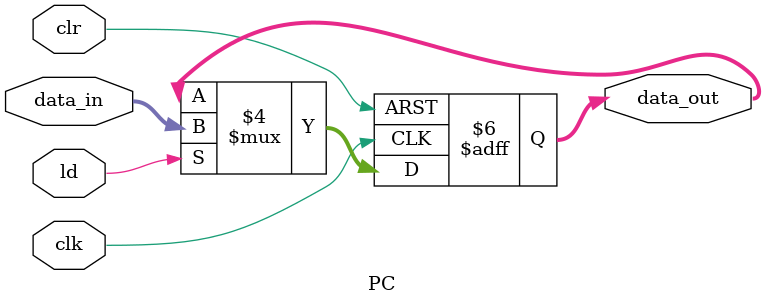
<source format=v>
`timescale 1ns / 1ps

module PC(data_in, clk, clr, ld, data_out); 
    input  [n-1:0] data_in; 
    input  clk, clr, ld; 
    output reg [n-1:0] data_out; 

    parameter n = 8; 
    
    always @(posedge clr, posedge clk)
    begin 
       if (clr == 1)     // asynch clr
          data_out <= 0;
       else if (ld == 1) 
          data_out <= data_in; 
    end
    
endmodule
</source>
